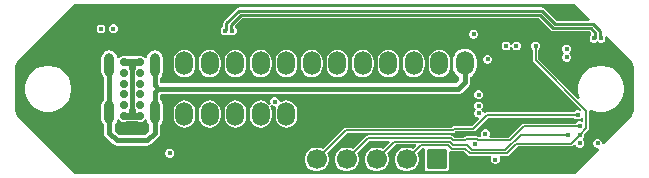
<source format=gtl>
G04*
G04 #@! TF.GenerationSoftware,Altium Limited,Altium Designer,25.5.2 (35)*
G04*
G04 Layer_Physical_Order=1*
G04 Layer_Color=255*
%FSLAX44Y44*%
%MOMM*%
G71*
G04*
G04 #@! TF.SameCoordinates,449EA512-5FDF-437D-9D79-FEBFBDB7331F*
G04*
G04*
G04 #@! TF.FilePolarity,Positive*
G04*
G01*
G75*
%ADD11C,0.1500*%
%ADD19C,0.2200*%
%ADD20C,0.4000*%
%ADD21C,0.6000*%
%ADD22C,0.5153*%
%ADD23C,0.4000*%
%ADD24O,1.5000X2.0000*%
%ADD25O,0.8000X2.0000*%
%ADD26C,0.7000*%
G04:AMPARAMS|DCode=27|XSize=1.7mm|YSize=1.7mm|CornerRadius=0.05mm|HoleSize=0mm|Usage=FLASHONLY|Rotation=180.000|XOffset=0mm|YOffset=0mm|HoleType=Round|Shape=RoundedRectangle|*
%AMROUNDEDRECTD27*
21,1,1.7000,1.6000,0,0,180.0*
21,1,1.6000,1.7000,0,0,180.0*
1,1,0.1000,-0.8000,0.8000*
1,1,0.1000,0.8000,0.8000*
1,1,0.1000,0.8000,-0.8000*
1,1,0.1000,-0.8000,-0.8000*
%
%ADD27ROUNDEDRECTD27*%
%ADD28C,1.7000*%
%ADD29C,0.4500*%
%ADD30C,0.5000*%
G36*
X211666Y71907D02*
X224536Y59037D01*
X223962Y57651D01*
X196328D01*
X185888Y68091D01*
X185028Y68666D01*
X184014Y68868D01*
X184013Y68868D01*
X-72461D01*
X-72462Y68868D01*
X-73476Y68666D01*
X-74336Y68091D01*
X-84962Y57466D01*
X-85536Y56606D01*
X-85738Y55591D01*
X-85738Y55591D01*
Y52437D01*
X-86361Y52179D01*
X-87416Y51124D01*
X-87987Y49746D01*
Y48254D01*
X-87416Y46876D01*
X-86361Y45821D01*
X-84983Y45250D01*
X-83491D01*
X-82113Y45821D01*
X-81237Y46697D01*
X-80361Y45821D01*
X-78983Y45250D01*
X-77491D01*
X-76113Y45821D01*
X-75058Y46876D01*
X-74487Y48254D01*
Y49746D01*
X-75058Y51124D01*
X-76113Y52179D01*
X-75958Y53739D01*
X-69831Y59866D01*
X181383D01*
X191823Y49426D01*
X191823Y49426D01*
X192683Y48851D01*
X193698Y48649D01*
X193698Y48649D01*
X224518D01*
X225721Y47447D01*
X225976Y45929D01*
X224921Y44874D01*
X224350Y43496D01*
Y42004D01*
X224921Y40626D01*
X225976Y39571D01*
X227354Y39000D01*
X228846D01*
X230224Y39571D01*
X231100Y40447D01*
X231976Y39571D01*
X233354Y39000D01*
X234846D01*
X236224Y39571D01*
X237279Y40626D01*
X237850Y42004D01*
Y43496D01*
X237775Y43676D01*
X239047Y44526D01*
X254411Y29162D01*
X254412Y29162D01*
X259303Y24269D01*
X259303Y24269D01*
X260210Y23145D01*
X260611Y22623D01*
X261417Y20677D01*
X261678Y18694D01*
X261657Y18588D01*
Y-10000D01*
Y-18589D01*
X261678Y-18695D01*
X261417Y-20677D01*
X260611Y-22623D01*
X259394Y-24209D01*
X259303Y-24270D01*
X254662Y-28912D01*
X236445Y-47128D01*
X235000Y-46452D01*
Y-45504D01*
X234429Y-44126D01*
X233374Y-43071D01*
X231996Y-42500D01*
X230504D01*
X229126Y-43071D01*
X228071Y-44126D01*
X227500Y-45504D01*
Y-46996D01*
X228071Y-48374D01*
X229126Y-49429D01*
X230504Y-50000D01*
X231452D01*
X232128Y-51445D01*
X211666Y-71907D01*
X-211666Y-71907D01*
X-258243Y-25330D01*
X-259304Y-24270D01*
X-259304Y-24269D01*
X-260211Y-23145D01*
X-260611Y-22623D01*
X-261417Y-20677D01*
X-261678Y-18695D01*
X-261657Y-18588D01*
Y-10000D01*
Y18588D01*
X-261678Y18695D01*
X-261417Y20677D01*
X-260611Y22623D01*
X-259394Y24209D01*
X-259304Y24269D01*
X-211666Y71907D01*
X211666Y71907D01*
D02*
G37*
%LPC*%
G36*
X-178004Y54500D02*
X-179496D01*
X-180874Y53929D01*
X-181929Y52874D01*
X-182500Y51496D01*
Y50004D01*
X-181929Y48626D01*
X-180874Y47571D01*
X-179496Y47000D01*
X-178004D01*
X-176626Y47571D01*
X-175571Y48626D01*
X-175000Y50004D01*
Y51496D01*
X-175571Y52874D01*
X-176626Y53929D01*
X-178004Y54500D01*
D02*
G37*
G36*
X-188554Y54424D02*
X-190046D01*
X-191424Y53853D01*
X-192479Y52798D01*
X-193050Y51420D01*
Y49928D01*
X-192479Y48549D01*
X-191424Y47495D01*
X-190046Y46924D01*
X-188554D01*
X-187176Y47495D01*
X-186121Y48549D01*
X-185550Y49928D01*
Y51420D01*
X-186121Y52798D01*
X-187176Y53853D01*
X-188554Y54424D01*
D02*
G37*
G36*
X126907Y50000D02*
X125415D01*
X124037Y49429D01*
X122982Y48374D01*
X122411Y46996D01*
Y45504D01*
X122982Y44126D01*
X124037Y43071D01*
X125415Y42500D01*
X126907D01*
X128285Y43071D01*
X129340Y44126D01*
X129911Y45504D01*
Y46996D01*
X129340Y48374D01*
X128285Y49429D01*
X126907Y50000D01*
D02*
G37*
G36*
X163246Y40000D02*
X161754D01*
X160376Y39429D01*
X159321Y38374D01*
X158886Y37324D01*
X157364D01*
X156929Y38374D01*
X155874Y39429D01*
X154496Y40000D01*
X153004D01*
X151626Y39429D01*
X150571Y38374D01*
X150000Y36996D01*
Y35504D01*
X150571Y34126D01*
X151626Y33071D01*
X153004Y32500D01*
X154496D01*
X155874Y33071D01*
X156929Y34126D01*
X157364Y35176D01*
X158886D01*
X159321Y34126D01*
X160376Y33071D01*
X161754Y32500D01*
X163246D01*
X164624Y33071D01*
X165679Y34126D01*
X166250Y35504D01*
Y36996D01*
X165679Y38374D01*
X164624Y39429D01*
X163246Y40000D01*
D02*
G37*
G36*
X205746Y37500D02*
X204254D01*
X202876Y36929D01*
X201821Y35874D01*
X201250Y34496D01*
Y33004D01*
X201821Y31626D01*
X202217Y31230D01*
X202713Y30250D01*
X202217Y29270D01*
X201821Y28874D01*
X201250Y27496D01*
Y26004D01*
X201821Y24626D01*
X202876Y23571D01*
X204254Y23000D01*
X205746D01*
X207124Y23571D01*
X208179Y24626D01*
X208750Y26004D01*
Y27496D01*
X208179Y28874D01*
X207783Y29270D01*
X207287Y30250D01*
X207783Y31230D01*
X208179Y31626D01*
X208750Y33004D01*
Y34496D01*
X208179Y35874D01*
X207124Y36929D01*
X205746Y37500D01*
D02*
G37*
G36*
X138746Y28750D02*
X137254D01*
X135876Y28179D01*
X134821Y27124D01*
X134250Y25746D01*
Y24254D01*
X134821Y22876D01*
X135876Y21821D01*
X137254Y21250D01*
X138746D01*
X140124Y21821D01*
X141179Y22876D01*
X141750Y24254D01*
Y25746D01*
X141179Y27124D01*
X140124Y28179D01*
X138746Y28750D01*
D02*
G37*
G36*
X97216Y33040D02*
X94867Y32731D01*
X92677Y31824D01*
X90797Y30382D01*
X89354Y28502D01*
X88448Y26312D01*
X88138Y23963D01*
Y18963D01*
X88448Y16613D01*
X89354Y14424D01*
X90797Y12544D01*
X92677Y11101D01*
X94867Y10195D01*
X97216Y9885D01*
X99565Y10195D01*
X101755Y11101D01*
X103635Y12544D01*
X105077Y14424D01*
X105984Y16613D01*
X106294Y18963D01*
Y23963D01*
X105984Y26312D01*
X105077Y28502D01*
X103635Y30382D01*
X101755Y31824D01*
X99565Y32731D01*
X97216Y33040D01*
D02*
G37*
G36*
X75626D02*
X73277Y32731D01*
X71087Y31824D01*
X69207Y30382D01*
X67765Y28502D01*
X66858Y26312D01*
X66548Y23963D01*
Y18963D01*
X66858Y16613D01*
X67765Y14424D01*
X69207Y12544D01*
X71087Y11101D01*
X73277Y10195D01*
X75626Y9885D01*
X77975Y10195D01*
X80165Y11101D01*
X82045Y12544D01*
X83487Y14424D01*
X84394Y16613D01*
X84704Y18963D01*
Y23963D01*
X84394Y26312D01*
X83487Y28502D01*
X82045Y30382D01*
X80165Y31824D01*
X77975Y32731D01*
X75626Y33040D01*
D02*
G37*
G36*
X54036D02*
X51687Y32731D01*
X49497Y31824D01*
X47617Y30382D01*
X46175Y28502D01*
X45268Y26312D01*
X44958Y23963D01*
Y18963D01*
X45268Y16613D01*
X46175Y14424D01*
X47617Y12544D01*
X49497Y11101D01*
X51687Y10195D01*
X54036Y9885D01*
X56385Y10195D01*
X58575Y11101D01*
X60455Y12544D01*
X61897Y14424D01*
X62804Y16613D01*
X63114Y18963D01*
Y23963D01*
X62804Y26312D01*
X61897Y28502D01*
X60455Y30382D01*
X58575Y31824D01*
X56385Y32731D01*
X54036Y33040D01*
D02*
G37*
G36*
X32446D02*
X30096Y32731D01*
X27907Y31824D01*
X26027Y30382D01*
X24585Y28502D01*
X23678Y26312D01*
X23368Y23963D01*
Y18963D01*
X23678Y16613D01*
X24585Y14424D01*
X26027Y12544D01*
X27907Y11101D01*
X30096Y10195D01*
X32446Y9885D01*
X34795Y10195D01*
X36985Y11101D01*
X38865Y12544D01*
X40307Y14424D01*
X41214Y16613D01*
X41524Y18963D01*
Y23963D01*
X41214Y26312D01*
X40307Y28502D01*
X38865Y30382D01*
X36985Y31824D01*
X34795Y32731D01*
X32446Y33040D01*
D02*
G37*
G36*
X10856D02*
X8507Y32731D01*
X6317Y31824D01*
X4437Y30382D01*
X2995Y28502D01*
X2088Y26312D01*
X1778Y23963D01*
Y18963D01*
X2088Y16613D01*
X2995Y14424D01*
X4437Y12544D01*
X6317Y11101D01*
X8507Y10195D01*
X10856Y9885D01*
X13205Y10195D01*
X15395Y11101D01*
X17275Y12544D01*
X18717Y14424D01*
X19624Y16613D01*
X19934Y18963D01*
Y23963D01*
X19624Y26312D01*
X18717Y28502D01*
X17275Y30382D01*
X15395Y31824D01*
X13205Y32731D01*
X10856Y33040D01*
D02*
G37*
G36*
X-10734D02*
X-13083Y32731D01*
X-15273Y31824D01*
X-17153Y30382D01*
X-18595Y28502D01*
X-19502Y26312D01*
X-19812Y23963D01*
Y18963D01*
X-19502Y16613D01*
X-18595Y14424D01*
X-17153Y12544D01*
X-15273Y11101D01*
X-13083Y10195D01*
X-10734Y9885D01*
X-8385Y10195D01*
X-6195Y11101D01*
X-4315Y12544D01*
X-2873Y14424D01*
X-1966Y16613D01*
X-1656Y18963D01*
Y23963D01*
X-1966Y26312D01*
X-2873Y28502D01*
X-4315Y30382D01*
X-6195Y31824D01*
X-8385Y32731D01*
X-10734Y33040D01*
D02*
G37*
G36*
X-32324D02*
X-34674Y32731D01*
X-36863Y31824D01*
X-38743Y30382D01*
X-40185Y28502D01*
X-41092Y26312D01*
X-41402Y23963D01*
Y18963D01*
X-41092Y16613D01*
X-40185Y14424D01*
X-38743Y12544D01*
X-36863Y11101D01*
X-34674Y10195D01*
X-32324Y9885D01*
X-29975Y10195D01*
X-27785Y11101D01*
X-25905Y12544D01*
X-24463Y14424D01*
X-23556Y16613D01*
X-23246Y18963D01*
Y23963D01*
X-23556Y26312D01*
X-24463Y28502D01*
X-25905Y30382D01*
X-27785Y31824D01*
X-29975Y32731D01*
X-32324Y33040D01*
D02*
G37*
G36*
X-53914D02*
X-56263Y32731D01*
X-58453Y31824D01*
X-60333Y30382D01*
X-61775Y28502D01*
X-62682Y26312D01*
X-62992Y23963D01*
Y18963D01*
X-62682Y16613D01*
X-61775Y14424D01*
X-60333Y12544D01*
X-58453Y11101D01*
X-56263Y10195D01*
X-53914Y9885D01*
X-51565Y10195D01*
X-49375Y11101D01*
X-47495Y12544D01*
X-46053Y14424D01*
X-45146Y16613D01*
X-44836Y18963D01*
Y23963D01*
X-45146Y26312D01*
X-46053Y28502D01*
X-47495Y30382D01*
X-49375Y31824D01*
X-51565Y32731D01*
X-53914Y33040D01*
D02*
G37*
G36*
X-75504D02*
X-77853Y32731D01*
X-80043Y31824D01*
X-81923Y30382D01*
X-83365Y28502D01*
X-84272Y26312D01*
X-84582Y23963D01*
Y18963D01*
X-84272Y16613D01*
X-83365Y14424D01*
X-81923Y12544D01*
X-80043Y11101D01*
X-77853Y10195D01*
X-75504Y9885D01*
X-73155Y10195D01*
X-70965Y11101D01*
X-69085Y12544D01*
X-67643Y14424D01*
X-66736Y16613D01*
X-66426Y18963D01*
Y23963D01*
X-66736Y26312D01*
X-67643Y28502D01*
X-69085Y30382D01*
X-70965Y31824D01*
X-73155Y32731D01*
X-75504Y33040D01*
D02*
G37*
G36*
X-97094D02*
X-99444Y32731D01*
X-101633Y31824D01*
X-103513Y30382D01*
X-104956Y28502D01*
X-105862Y26312D01*
X-106172Y23963D01*
Y18963D01*
X-105862Y16613D01*
X-104956Y14424D01*
X-103513Y12544D01*
X-101633Y11101D01*
X-99444Y10195D01*
X-97094Y9885D01*
X-94745Y10195D01*
X-92555Y11101D01*
X-90675Y12544D01*
X-89233Y14424D01*
X-88326Y16613D01*
X-88016Y18963D01*
Y23963D01*
X-88326Y26312D01*
X-89233Y28502D01*
X-90675Y30382D01*
X-92555Y31824D01*
X-94745Y32731D01*
X-97094Y33040D01*
D02*
G37*
G36*
X-118684D02*
X-121033Y32731D01*
X-123223Y31824D01*
X-125103Y30382D01*
X-126545Y28502D01*
X-127452Y26312D01*
X-127762Y23963D01*
Y18963D01*
X-127452Y16613D01*
X-126545Y14424D01*
X-125103Y12544D01*
X-123223Y11101D01*
X-121033Y10195D01*
X-118684Y9885D01*
X-116335Y10195D01*
X-114145Y11101D01*
X-112265Y12544D01*
X-110823Y14424D01*
X-109916Y16613D01*
X-109606Y18963D01*
Y23963D01*
X-109916Y26312D01*
X-110823Y28502D01*
X-112265Y30382D01*
X-114145Y31824D01*
X-116335Y32731D01*
X-118684Y33040D01*
D02*
G37*
G36*
X118806Y34049D02*
X116195Y33705D01*
X113763Y32698D01*
X111674Y31095D01*
X110071Y29006D01*
X109063Y26573D01*
X108720Y23963D01*
Y18963D01*
X109063Y16352D01*
X110071Y13920D01*
X111674Y11831D01*
X113763Y10228D01*
X114218Y10039D01*
Y7620D01*
X111186Y4588D01*
X8724D01*
X8724Y4588D01*
X-24469D01*
X-24469Y4588D01*
X-138849D01*
X-139112Y4850D01*
Y9328D01*
X-139064Y9364D01*
X-138022Y10722D01*
X-137367Y12303D01*
X-137144Y14000D01*
Y26000D01*
X-137367Y27697D01*
X-138022Y29278D01*
X-139064Y30636D01*
X-140422Y31678D01*
X-142003Y32333D01*
X-143700Y32556D01*
X-145397Y32333D01*
X-146978Y31678D01*
X-148336Y30636D01*
X-149378Y29278D01*
X-150033Y27697D01*
X-150256Y26000D01*
X-151756Y25820D01*
X-151761Y25832D01*
X-153168Y27239D01*
X-155005Y28000D01*
X-156995D01*
X-157989Y27588D01*
X-168011D01*
X-169006Y28000D01*
X-170995D01*
X-172832Y27239D01*
X-174239Y25832D01*
X-174244Y25820D01*
X-175744Y26000D01*
X-175967Y27697D01*
X-176622Y29278D01*
X-177664Y30636D01*
X-179022Y31678D01*
X-180603Y32333D01*
X-182300Y32556D01*
X-183997Y32333D01*
X-185578Y31678D01*
X-186936Y30636D01*
X-187978Y29278D01*
X-188633Y27697D01*
X-188856Y26000D01*
Y14000D01*
X-188633Y12303D01*
X-187978Y10722D01*
X-186936Y9364D01*
X-186888Y9328D01*
Y-9328D01*
X-186936Y-9364D01*
X-187978Y-10722D01*
X-188633Y-12303D01*
X-188856Y-14000D01*
Y-26000D01*
X-188633Y-27697D01*
X-187978Y-29278D01*
X-186936Y-30636D01*
X-186888Y-30672D01*
Y-37221D01*
X-186539Y-38977D01*
X-185544Y-40465D01*
X-179265Y-46744D01*
X-177777Y-47739D01*
X-176021Y-48088D01*
X-149979D01*
X-148223Y-47739D01*
X-146735Y-46744D01*
X-140456Y-40465D01*
X-139461Y-38977D01*
X-139112Y-37221D01*
Y-30672D01*
X-139064Y-30636D01*
X-138022Y-29278D01*
X-137367Y-27697D01*
X-137144Y-26000D01*
Y-14000D01*
X-137367Y-12303D01*
X-138022Y-10722D01*
X-139064Y-9364D01*
X-139112Y-9328D01*
Y-4851D01*
X-138849Y-4588D01*
X-24469D01*
X-24469Y-4588D01*
X8724D01*
X8724Y-4588D01*
X113086D01*
X114842Y-4239D01*
X116330Y-3244D01*
X122050Y2475D01*
X123045Y3964D01*
X123394Y5720D01*
Y10039D01*
X123849Y10228D01*
X125938Y11831D01*
X127541Y13920D01*
X128548Y16352D01*
X128892Y18963D01*
Y23963D01*
X128548Y26573D01*
X127541Y29006D01*
X125938Y31095D01*
X123849Y32698D01*
X121417Y33705D01*
X118806Y34049D01*
D02*
G37*
G36*
X131246Y-1250D02*
X129754D01*
X128376Y-1821D01*
X127321Y-2876D01*
X126750Y-4254D01*
Y-5746D01*
X127321Y-7124D01*
X128376Y-8179D01*
X129754Y-8750D01*
X131246D01*
X132624Y-8179D01*
X133679Y-7124D01*
X134250Y-5746D01*
Y-4254D01*
X133679Y-2876D01*
X132624Y-1821D01*
X131246Y-1250D01*
D02*
G37*
G36*
X-41504Y-7000D02*
X-42996D01*
X-44374Y-7571D01*
X-45429Y-8626D01*
X-46000Y-10004D01*
Y-11496D01*
X-45520Y-12654D01*
X-46831Y-13410D01*
X-47495Y-12544D01*
X-49375Y-11102D01*
X-51565Y-10195D01*
X-53914Y-9886D01*
X-56263Y-10195D01*
X-58453Y-11102D01*
X-60333Y-12544D01*
X-61775Y-14424D01*
X-62682Y-16614D01*
X-62992Y-18963D01*
Y-23963D01*
X-62682Y-26313D01*
X-61775Y-28502D01*
X-60333Y-30382D01*
X-58453Y-31825D01*
X-56263Y-32731D01*
X-53914Y-33041D01*
X-51565Y-32731D01*
X-49375Y-31825D01*
X-47495Y-30382D01*
X-46053Y-28502D01*
X-45146Y-26313D01*
X-44836Y-23963D01*
Y-18963D01*
X-45146Y-16614D01*
X-45963Y-14641D01*
X-46052Y-14424D01*
X-46058Y-14366D01*
X-44847Y-13456D01*
X-44374Y-13929D01*
X-42996Y-14500D01*
X-41841D01*
X-41045Y-15314D01*
X-40762Y-15816D01*
X-41092Y-16614D01*
X-41402Y-18963D01*
Y-23963D01*
X-41092Y-26313D01*
X-40185Y-28502D01*
X-38743Y-30382D01*
X-36863Y-31825D01*
X-34674Y-32731D01*
X-32324Y-33041D01*
X-29975Y-32731D01*
X-27785Y-31825D01*
X-25905Y-30382D01*
X-24463Y-28502D01*
X-23556Y-26313D01*
X-23246Y-23963D01*
Y-18963D01*
X-23556Y-16614D01*
X-24463Y-14424D01*
X-25905Y-12544D01*
X-27785Y-11102D01*
X-29975Y-10195D01*
X-32324Y-9886D01*
X-34674Y-10195D01*
X-36863Y-11102D01*
X-37000Y-11207D01*
X-38500Y-10467D01*
Y-10004D01*
X-39071Y-8626D01*
X-40126Y-7571D01*
X-41504Y-7000D01*
D02*
G37*
G36*
X179496Y40000D02*
X178004D01*
X176626Y39429D01*
X175571Y38374D01*
X175000Y36996D01*
Y35504D01*
X175571Y34126D01*
X176456Y33241D01*
Y24412D01*
X176631Y23534D01*
X177128Y22790D01*
X217673Y-17755D01*
X216624Y-18821D01*
X215246Y-18250D01*
X213754D01*
X212376Y-18821D01*
X211491Y-19706D01*
X137364D01*
X137364Y-19706D01*
X136486Y-19881D01*
X135742Y-20378D01*
X135742Y-20378D01*
X134250Y-19754D01*
X133679Y-18376D01*
X132803Y-17500D01*
X133679Y-16624D01*
X134250Y-15246D01*
Y-13754D01*
X133679Y-12376D01*
X132624Y-11321D01*
X131246Y-10750D01*
X129754D01*
X128376Y-11321D01*
X127321Y-12376D01*
X126750Y-13754D01*
Y-15246D01*
X127321Y-16624D01*
X128197Y-17500D01*
X127321Y-18376D01*
X126750Y-19754D01*
Y-21246D01*
X127321Y-22624D01*
X128376Y-23679D01*
X129754Y-24250D01*
X130370Y-25750D01*
X124701Y-31419D01*
X109937D01*
X109059Y-31594D01*
X108315Y-32091D01*
X108315Y-32091D01*
X107487Y-32919D01*
X17937D01*
X17937Y-32919D01*
X17059Y-33094D01*
X16315Y-33591D01*
X16315Y-33591D01*
X-1336Y-51242D01*
X-2740Y-50431D01*
X-5283Y-49750D01*
X-7917D01*
X-10460Y-50431D01*
X-12740Y-51748D01*
X-14602Y-53610D01*
X-15919Y-55890D01*
X-16600Y-58433D01*
Y-61066D01*
X-15919Y-63610D01*
X-14602Y-65890D01*
X-12740Y-67752D01*
X-10460Y-69068D01*
X-7917Y-69750D01*
X-5283D01*
X-2740Y-69068D01*
X-460Y-67752D01*
X1402Y-65890D01*
X2718Y-63610D01*
X3400Y-61066D01*
Y-58433D01*
X2718Y-55890D01*
X1908Y-54486D01*
X18887Y-37507D01*
X108437D01*
X109315Y-37332D01*
X110059Y-36835D01*
X110887Y-36007D01*
X125651D01*
X126529Y-35833D01*
X127273Y-35335D01*
X138314Y-24294D01*
X211491D01*
X212376Y-25179D01*
X213754Y-25750D01*
X215246D01*
X216624Y-25179D01*
X217679Y-24124D01*
X217759Y-23931D01*
X219259Y-24229D01*
Y-26996D01*
X217759Y-27816D01*
X216996Y-27500D01*
X215504D01*
X214126Y-28071D01*
X213071Y-29126D01*
X212934Y-29456D01*
X168780D01*
X168780Y-29456D01*
X167902Y-29631D01*
X167157Y-30128D01*
X155954Y-41331D01*
X140344D01*
X139980Y-40851D01*
X139551Y-39831D01*
X140000Y-38746D01*
Y-37254D01*
X139429Y-35876D01*
X138374Y-34821D01*
X136996Y-34250D01*
X135504D01*
X134126Y-34821D01*
X133071Y-35876D01*
X132500Y-37254D01*
Y-38746D01*
X132815Y-39507D01*
X132061Y-40902D01*
X130875Y-41003D01*
X130131Y-40506D01*
X129253Y-40331D01*
X119639D01*
X118761Y-40506D01*
X118017Y-41003D01*
X117689Y-41331D01*
X109976D01*
X108767Y-40122D01*
X108022Y-39625D01*
X107144Y-39450D01*
X36806D01*
X35928Y-39625D01*
X35184Y-40122D01*
X24064Y-51242D01*
X22660Y-50431D01*
X20117Y-49750D01*
X17484D01*
X14940Y-50431D01*
X12660Y-51748D01*
X10798Y-53610D01*
X9481Y-55890D01*
X8800Y-58433D01*
Y-61067D01*
X9481Y-63610D01*
X10798Y-65890D01*
X12660Y-67752D01*
X14940Y-69068D01*
X17484Y-69750D01*
X20117D01*
X22660Y-69068D01*
X24940Y-67752D01*
X26802Y-65890D01*
X28119Y-63610D01*
X28800Y-61067D01*
Y-58433D01*
X28119Y-55890D01*
X27308Y-54486D01*
X37756Y-44038D01*
X54707D01*
X55282Y-45424D01*
X49464Y-51242D01*
X48060Y-50431D01*
X45516Y-49750D01*
X42883D01*
X40340Y-50431D01*
X38060Y-51748D01*
X36198Y-53610D01*
X34881Y-55890D01*
X34200Y-58433D01*
Y-61066D01*
X34881Y-63610D01*
X36198Y-65890D01*
X38060Y-67752D01*
X40340Y-69068D01*
X42883Y-69750D01*
X45516D01*
X48060Y-69068D01*
X50340Y-67752D01*
X52202Y-65890D01*
X53518Y-63610D01*
X54200Y-61066D01*
Y-58433D01*
X53518Y-55890D01*
X52708Y-54486D01*
X60156Y-47038D01*
X77108D01*
X77682Y-48424D01*
X74864Y-51242D01*
X73460Y-50431D01*
X70917Y-49750D01*
X68283D01*
X65740Y-50431D01*
X63460Y-51748D01*
X61598Y-53610D01*
X60282Y-55890D01*
X59600Y-58433D01*
Y-61066D01*
X60282Y-63610D01*
X61598Y-65890D01*
X63460Y-67752D01*
X65740Y-69068D01*
X68283Y-69750D01*
X70917D01*
X73460Y-69068D01*
X75740Y-67752D01*
X77602Y-65890D01*
X78918Y-63610D01*
X79600Y-61066D01*
Y-58433D01*
X78918Y-55890D01*
X78108Y-54486D01*
X82556Y-50038D01*
X83934D01*
X84203Y-50250D01*
X85003Y-51538D01*
X84961Y-51750D01*
Y-67750D01*
X85116Y-68530D01*
X85558Y-69192D01*
X86220Y-69634D01*
X87000Y-69789D01*
X103000D01*
X103780Y-69634D01*
X104442Y-69192D01*
X104884Y-68530D01*
X105039Y-67750D01*
Y-53428D01*
X106539Y-52661D01*
X106659Y-52742D01*
X107537Y-52916D01*
X107537Y-52916D01*
X118353D01*
X121684Y-56247D01*
X122428Y-56744D01*
X123306Y-56919D01*
X140568D01*
X141346Y-58419D01*
X141000Y-59254D01*
Y-60746D01*
X141571Y-62124D01*
X142626Y-63179D01*
X144004Y-63750D01*
X145496D01*
X146874Y-63179D01*
X147929Y-62124D01*
X148500Y-60746D01*
Y-59254D01*
X148154Y-58419D01*
X148932Y-56919D01*
X154390D01*
X155268Y-56744D01*
X156012Y-56247D01*
X163465Y-48794D01*
X208500D01*
X209378Y-48619D01*
X210122Y-48122D01*
X211114Y-47130D01*
X212755Y-47611D01*
X213071Y-48374D01*
X214126Y-49429D01*
X215504Y-50000D01*
X216996D01*
X218374Y-49429D01*
X219429Y-48374D01*
X220000Y-46996D01*
Y-45504D01*
X219429Y-44126D01*
X218715Y-43412D01*
X218505Y-42500D01*
X218715Y-41588D01*
X219429Y-40874D01*
X220000Y-39496D01*
Y-38244D01*
X223175Y-35069D01*
X223176Y-35069D01*
X223673Y-34325D01*
X223847Y-33447D01*
Y-18391D01*
X224345Y-17859D01*
X225180Y-17403D01*
X228434Y-18751D01*
X232201Y-19500D01*
X236042D01*
X239810Y-18751D01*
X243359Y-17281D01*
X246553Y-15147D01*
X249269Y-12431D01*
X251403Y-9237D01*
X252873Y-5688D01*
X253622Y-1921D01*
Y1920D01*
X252873Y5688D01*
X251403Y9237D01*
X249269Y12430D01*
X246553Y15146D01*
X243359Y17281D01*
X239810Y18750D01*
X236042Y19500D01*
X232201D01*
X228434Y18750D01*
X224885Y17281D01*
X221691Y15146D01*
X218975Y12430D01*
X216841Y9237D01*
X215371Y5688D01*
X214622Y1920D01*
Y-1921D01*
X215371Y-5688D01*
X216189Y-7661D01*
X214917Y-8511D01*
X181044Y25362D01*
Y33241D01*
X181929Y34126D01*
X182500Y35504D01*
Y36996D01*
X181929Y38374D01*
X180874Y39429D01*
X179496Y40000D01*
D02*
G37*
G36*
X-232080Y19500D02*
X-235921D01*
X-239688Y18750D01*
X-243237Y17281D01*
X-246431Y15146D01*
X-249147Y12430D01*
X-251281Y9237D01*
X-252751Y5688D01*
X-253500Y1920D01*
Y-1921D01*
X-252751Y-5688D01*
X-251281Y-9237D01*
X-249147Y-12431D01*
X-246431Y-15147D01*
X-243237Y-17281D01*
X-239688Y-18751D01*
X-235921Y-19500D01*
X-232080D01*
X-228312Y-18751D01*
X-224763Y-17281D01*
X-221569Y-15147D01*
X-218853Y-12431D01*
X-216719Y-9237D01*
X-215249Y-5688D01*
X-214500Y-1921D01*
Y1920D01*
X-215249Y5688D01*
X-216719Y9237D01*
X-218853Y12430D01*
X-221569Y15146D01*
X-224763Y17281D01*
X-228312Y18750D01*
X-232080Y19500D01*
D02*
G37*
G36*
X-75504Y-9886D02*
X-77853Y-10195D01*
X-80043Y-11102D01*
X-81923Y-12544D01*
X-83365Y-14424D01*
X-84272Y-16614D01*
X-84582Y-18963D01*
Y-23963D01*
X-84272Y-26313D01*
X-83365Y-28502D01*
X-81923Y-30382D01*
X-80043Y-31825D01*
X-77853Y-32731D01*
X-75504Y-33041D01*
X-73155Y-32731D01*
X-70965Y-31825D01*
X-69085Y-30382D01*
X-67643Y-28502D01*
X-66736Y-26313D01*
X-66426Y-23963D01*
Y-18963D01*
X-66736Y-16614D01*
X-67643Y-14424D01*
X-69085Y-12544D01*
X-70965Y-11102D01*
X-73155Y-10195D01*
X-75504Y-9886D01*
D02*
G37*
G36*
X-97094D02*
X-99444Y-10195D01*
X-101633Y-11102D01*
X-103513Y-12544D01*
X-104956Y-14424D01*
X-105862Y-16614D01*
X-106172Y-18963D01*
Y-23963D01*
X-105862Y-26313D01*
X-104956Y-28502D01*
X-103513Y-30382D01*
X-101633Y-31825D01*
X-99444Y-32731D01*
X-97094Y-33041D01*
X-94745Y-32731D01*
X-92555Y-31825D01*
X-90675Y-30382D01*
X-89233Y-28502D01*
X-88326Y-26313D01*
X-88016Y-23963D01*
Y-18963D01*
X-88326Y-16614D01*
X-89233Y-14424D01*
X-90675Y-12544D01*
X-92555Y-11102D01*
X-94745Y-10195D01*
X-97094Y-9886D01*
D02*
G37*
G36*
X-118684D02*
X-121033Y-10195D01*
X-123223Y-11102D01*
X-125103Y-12544D01*
X-126545Y-14424D01*
X-127452Y-16614D01*
X-127762Y-18963D01*
Y-23963D01*
X-127452Y-26313D01*
X-126545Y-28502D01*
X-125103Y-30382D01*
X-123223Y-31825D01*
X-121033Y-32731D01*
X-118684Y-33041D01*
X-116335Y-32731D01*
X-114145Y-31825D01*
X-112265Y-30382D01*
X-110823Y-28502D01*
X-109916Y-26313D01*
X-109606Y-23963D01*
Y-18963D01*
X-109916Y-16614D01*
X-110823Y-14424D01*
X-112265Y-12544D01*
X-114145Y-11102D01*
X-116335Y-10195D01*
X-118684Y-9886D01*
D02*
G37*
G36*
X-130254Y-50750D02*
X-131746D01*
X-133124Y-51321D01*
X-134179Y-52376D01*
X-134750Y-53754D01*
Y-55246D01*
X-134179Y-56624D01*
X-133124Y-57679D01*
X-131746Y-58250D01*
X-130254D01*
X-128876Y-57679D01*
X-127821Y-56624D01*
X-127250Y-55246D01*
Y-53754D01*
X-127821Y-52376D01*
X-128876Y-51321D01*
X-130254Y-50750D01*
D02*
G37*
%LPD*%
G36*
X-150256Y-26000D02*
X-150033Y-27697D01*
X-149378Y-29278D01*
X-148336Y-30636D01*
X-148288Y-30672D01*
Y-35320D01*
X-151880Y-38912D01*
X-174120D01*
X-177712Y-35320D01*
Y-30672D01*
X-177664Y-30636D01*
X-176622Y-29278D01*
X-175967Y-27697D01*
X-175744Y-26000D01*
X-174244Y-25820D01*
X-174239Y-25832D01*
X-172832Y-27239D01*
X-170995Y-28000D01*
X-169006D01*
X-168011Y-27588D01*
X-157989D01*
X-156995Y-28000D01*
X-155005D01*
X-153168Y-27239D01*
X-151761Y-25832D01*
X-151756Y-25820D01*
X-150256Y-26000D01*
D02*
G37*
D11*
X178750Y24412D02*
Y36250D01*
Y24412D02*
X221553Y-18391D01*
X137364Y-22000D02*
X214500D01*
X125651Y-33713D02*
X137364Y-22000D01*
X104659Y-47744D02*
X107537Y-50622D01*
X119303D01*
X108658Y-47500D02*
X120423D01*
X105902Y-44744D02*
X108658Y-47500D01*
X119303Y-50622D02*
X123306Y-54625D01*
X216250Y-38750D02*
X221553Y-33447D01*
X44200Y-59750D02*
X59206Y-44744D01*
X120423Y-47500D02*
X124548Y-51625D01*
X107144Y-41744D02*
X109025Y-43625D01*
X118639D02*
X119639Y-42625D01*
X109025Y-43625D02*
X118639D01*
X119639Y-42625D02*
X129253D01*
X123306Y-54625D02*
X154390D01*
X208500Y-46500D02*
X216250Y-38750D01*
X154390Y-54625D02*
X162515Y-46500D01*
X129253Y-42625D02*
X130253Y-43625D01*
X124548Y-51625D02*
X153147D01*
X18800Y-59750D02*
X36806Y-41744D01*
X130253Y-43625D02*
X156904D01*
X168780Y-31750D01*
X153147Y-51625D02*
X166022Y-38750D01*
X206250D01*
X168780Y-31750D02*
X215750D01*
X109937Y-33713D02*
X125651D01*
X108437Y-35213D02*
X109937Y-33713D01*
X162515Y-46500D02*
X208500D01*
X221553Y-33447D02*
Y-18391D01*
X215750Y-31750D02*
X216250Y-31250D01*
X36806Y-41744D02*
X107144D01*
X81606Y-47744D02*
X104659D01*
X69600Y-59750D02*
X81606Y-47744D01*
X59206Y-44744D02*
X105902D01*
X-6600Y-59750D02*
X17937Y-35213D01*
X108437D01*
D19*
X232950Y42750D02*
X234100D01*
X232950D02*
Y49199D01*
X227149Y55000D02*
X232950Y49199D01*
X195230Y55000D02*
X227149D01*
X228100Y42750D02*
X229250D01*
Y47666D01*
X225616Y51300D02*
X229250Y47666D01*
X193698Y51300D02*
X225616D01*
X-72462Y66217D02*
X184014D01*
X195230Y55000D01*
X-83087Y55591D02*
X-72462Y66217D01*
X-83087Y50150D02*
Y55591D01*
X-84237Y49000D02*
X-83087Y50150D01*
X182481Y62517D02*
X193698Y51300D01*
X-70929Y62517D02*
X182481D01*
X-79387Y54058D02*
X-70929Y62517D01*
X-79387Y50150D02*
Y54058D01*
Y50150D02*
X-78237Y49000D01*
D20*
X-182300Y-20000D02*
Y20000D01*
X118806Y5720D02*
Y21463D01*
X113086Y-0D02*
X118806Y5720D01*
X8724Y-0D02*
X113086D01*
X-143700Y-2950D02*
X-140750Y-0D01*
X-143700Y-20000D02*
Y-2950D01*
X-149979Y-43500D02*
X-143700Y-37221D01*
Y-20000D01*
X-176021Y-43500D02*
X-149979D01*
X-182300Y-37221D02*
X-176021Y-43500D01*
X-182300Y-37221D02*
Y-20000D01*
X-143700Y2950D02*
Y20000D01*
Y2950D02*
X-140750Y-0D01*
X-24469D01*
X-24469Y-0D01*
X8724D01*
X8724Y-0D01*
D21*
X-163000Y17814D02*
Y23000D01*
Y-23000D02*
Y-17814D01*
Y23000D02*
X-156000D01*
X-170000Y-23000D02*
X-163000D01*
X-156000D01*
X-170000Y23000D02*
X-163000D01*
D22*
Y17814D02*
X-163000Y17814D01*
Y16400D02*
Y17814D01*
D23*
Y4250D02*
Y16400D01*
X-163000Y4250D02*
X-163000Y4250D01*
X-163000Y-17814D02*
Y4250D01*
D24*
X-118684Y21463D02*
D03*
X-97094D02*
D03*
X-75504D02*
D03*
X-53914D02*
D03*
X-32324D02*
D03*
X-10734D02*
D03*
X10856D02*
D03*
X32446D02*
D03*
X54036D02*
D03*
X75626D02*
D03*
X97216D02*
D03*
X118806D02*
D03*
X-118684Y-21463D02*
D03*
X-97094D02*
D03*
X-75504D02*
D03*
X-53914D02*
D03*
X-32324D02*
D03*
X-10734D02*
D03*
X10856D02*
D03*
X32446D02*
D03*
X54036D02*
D03*
X75626D02*
D03*
X97216D02*
D03*
X118806D02*
D03*
D25*
X-182300Y-20000D02*
D03*
Y20000D02*
D03*
X-143700D02*
D03*
Y-20000D02*
D03*
D26*
X-156000Y-32500D02*
D03*
Y-23000D02*
D03*
Y-13500D02*
D03*
Y-4500D02*
D03*
Y4500D02*
D03*
Y13500D02*
D03*
Y23000D02*
D03*
Y32500D02*
D03*
X-170000D02*
D03*
Y23000D02*
D03*
Y13500D02*
D03*
Y4500D02*
D03*
Y-4500D02*
D03*
Y-13500D02*
D03*
Y-23000D02*
D03*
Y-32500D02*
D03*
D27*
X95000Y-59750D02*
D03*
D28*
X-32000D02*
D03*
X69600Y-59750D02*
D03*
X44200Y-59750D02*
D03*
X18800Y-59750D02*
D03*
X-6600Y-59750D02*
D03*
D29*
X234100Y42750D02*
D03*
X228100D02*
D03*
X-84237Y49000D02*
D03*
X-78237D02*
D03*
X-124750Y-7500D02*
D03*
X-58250Y-7250D02*
D03*
X-124750Y-44750D02*
D03*
X136250Y-38000D02*
D03*
X138000Y25000D02*
D03*
X130500Y-20500D02*
D03*
Y-14500D02*
D03*
Y-5000D02*
D03*
X214500Y-22000D02*
D03*
X126161Y46250D02*
D03*
X78500Y40000D02*
D03*
X-209878Y-68250D02*
D03*
Y68250D02*
D03*
X-248628Y17000D02*
D03*
Y-17000D02*
D03*
X248628Y-17000D02*
D03*
X248750Y17000D02*
D03*
X-171000Y67750D02*
D03*
X-95750Y49500D02*
D03*
X-71902Y49340D02*
D03*
X144750Y-60000D02*
D03*
X131750Y49500D02*
D03*
X-90000Y67250D02*
D03*
X-118000D02*
D03*
X-57500Y50250D02*
D03*
X15500Y40000D02*
D03*
X-183000Y-53500D02*
D03*
X162500Y36250D02*
D03*
X218750Y42500D02*
D03*
X216250Y-62250D02*
D03*
X247500Y-31250D02*
D03*
Y-25000D02*
D03*
X205000Y33750D02*
D03*
Y26750D02*
D03*
X217500Y60000D02*
D03*
X153750Y36250D02*
D03*
X178750D02*
D03*
X165000Y-52500D02*
D03*
X206250Y-38750D02*
D03*
X231250Y-46250D02*
D03*
X216250Y-31250D02*
D03*
Y-53750D02*
D03*
Y-46250D02*
D03*
Y-38750D02*
D03*
X-214750Y18000D02*
D03*
Y54750D02*
D03*
X-113000Y-61500D02*
D03*
X-178750Y50750D02*
D03*
X-189300Y50674D02*
D03*
X-42250Y-10750D02*
D03*
X-131000Y-54500D02*
D03*
X127389Y-47125D02*
D03*
X110889Y-39125D02*
D03*
D30*
X171250Y-5000D02*
D03*
M02*

</source>
